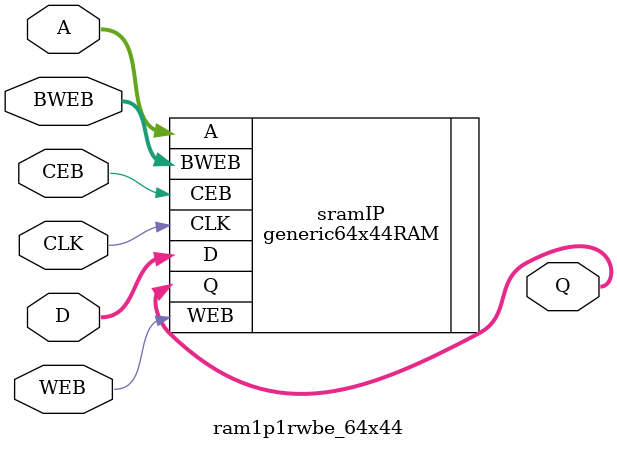
<source format=sv>

module ram1p1rwbe_64x44( 
  input  logic          CLK, 
  input  logic 	        CEB, 
  input  logic          WEB,
  input  logic [5:0]    A, 
  input  logic [127:0]  D,
  input  logic [127:0]  BWEB, 
  output logic [127:0]  Q
);

   // replace "generic64x44RAM" with "TS1N..64X44.." module from your memory vendor
   generic64x44RAM sramIP (.CLK, .CEB, .WEB, .A, .D, .BWEB, .Q);

endmodule

</source>
